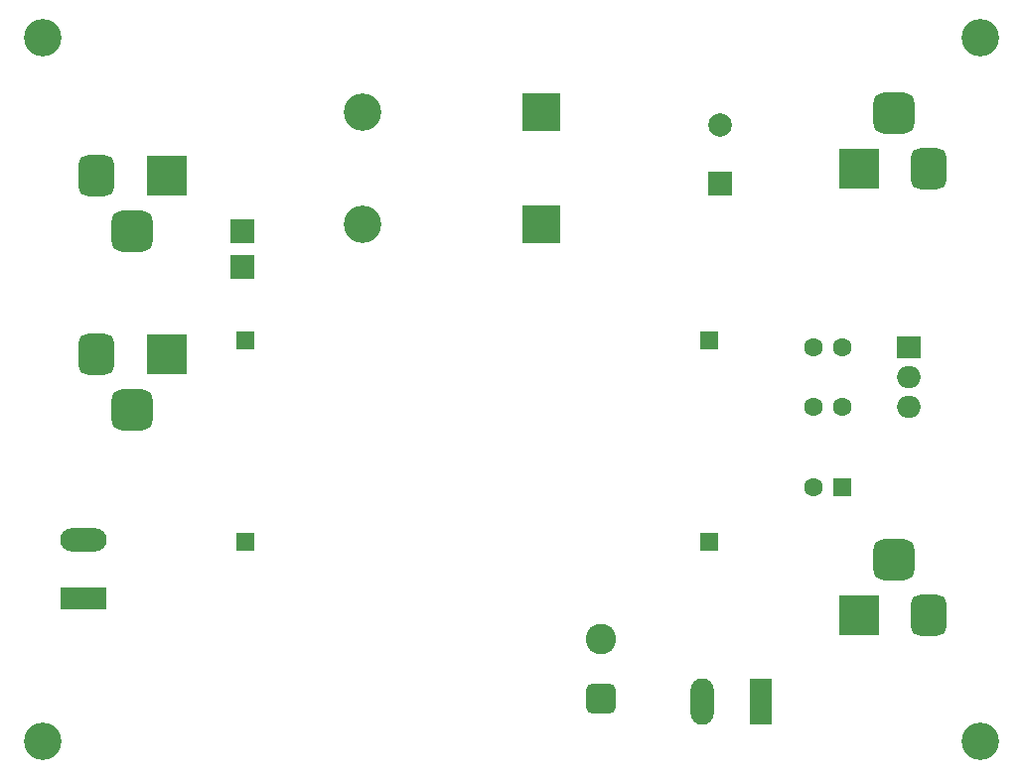
<source format=gbs>
%TF.GenerationSoftware,KiCad,Pcbnew,7.0.2-6a45011f42~172~ubuntu22.04.1*%
%TF.CreationDate,2023-04-19T21:38:03+05:30*%
%TF.ProjectId,UPS_for_router,5550535f-666f-4725-9f72-6f757465722e,2*%
%TF.SameCoordinates,Original*%
%TF.FileFunction,Soldermask,Bot*%
%TF.FilePolarity,Negative*%
%FSLAX46Y46*%
G04 Gerber Fmt 4.6, Leading zero omitted, Abs format (unit mm)*
G04 Created by KiCad (PCBNEW 7.0.2-6a45011f42~172~ubuntu22.04.1) date 2023-04-19 21:38:03*
%MOMM*%
%LPD*%
G01*
G04 APERTURE LIST*
G04 Aperture macros list*
%AMRoundRect*
0 Rectangle with rounded corners*
0 $1 Rounding radius*
0 $2 $3 $4 $5 $6 $7 $8 $9 X,Y pos of 4 corners*
0 Add a 4 corners polygon primitive as box body*
4,1,4,$2,$3,$4,$5,$6,$7,$8,$9,$2,$3,0*
0 Add four circle primitives for the rounded corners*
1,1,$1+$1,$2,$3*
1,1,$1+$1,$4,$5*
1,1,$1+$1,$6,$7*
1,1,$1+$1,$8,$9*
0 Add four rect primitives between the rounded corners*
20,1,$1+$1,$2,$3,$4,$5,0*
20,1,$1+$1,$4,$5,$6,$7,0*
20,1,$1+$1,$6,$7,$8,$9,0*
20,1,$1+$1,$8,$9,$2,$3,0*%
G04 Aperture macros list end*
%ADD10R,3.200000X3.200000*%
%ADD11O,3.200000X3.200000*%
%ADD12R,3.500000X3.500000*%
%ADD13RoundRect,0.750000X-0.750000X-1.000000X0.750000X-1.000000X0.750000X1.000000X-0.750000X1.000000X0*%
%ADD14RoundRect,0.875000X-0.875000X-0.875000X0.875000X-0.875000X0.875000X0.875000X-0.875000X0.875000X0*%
%ADD15RoundRect,0.750000X0.750000X1.000000X-0.750000X1.000000X-0.750000X-1.000000X0.750000X-1.000000X0*%
%ADD16RoundRect,0.875000X0.875000X0.875000X-0.875000X0.875000X-0.875000X-0.875000X0.875000X-0.875000X0*%
%ADD17R,1.600000X1.600000*%
%ADD18C,1.600000*%
%ADD19C,3.200000*%
%ADD20R,1.980000X3.960000*%
%ADD21O,1.980000X3.960000*%
%ADD22R,2.000000X2.000000*%
%ADD23C,2.000000*%
%ADD24R,3.960000X1.980000*%
%ADD25O,3.960000X1.980000*%
%ADD26RoundRect,0.650000X0.650000X-0.650000X0.650000X0.650000X-0.650000X0.650000X-0.650000X-0.650000X0*%
%ADD27C,2.600000*%
%ADD28R,1.524000X1.524000*%
%ADD29R,2.000000X1.905000*%
%ADD30O,2.000000X1.905000*%
G04 APERTURE END LIST*
D10*
X140970000Y-79375000D03*
D11*
X125730000Y-79375000D03*
D12*
X109025000Y-90482500D03*
D13*
X103025000Y-90482500D03*
D14*
X106025000Y-95182500D03*
D10*
X140970000Y-69850000D03*
D11*
X125730000Y-69850000D03*
D12*
X167990000Y-112717500D03*
D15*
X173990000Y-112717500D03*
D16*
X170990000Y-108017500D03*
D17*
X166624000Y-101854000D03*
D18*
X164124000Y-101854000D03*
D19*
X98472000Y-123524000D03*
D12*
X109025000Y-75242500D03*
D13*
X103025000Y-75242500D03*
D14*
X106025000Y-79942500D03*
D20*
X159645000Y-120140000D03*
D21*
X154645000Y-120140000D03*
D18*
X166624000Y-94996000D03*
X164124000Y-94996000D03*
D22*
X156210000Y-75934447D03*
D23*
X156210000Y-70934447D03*
D19*
X178388000Y-123524000D03*
X178388000Y-63420000D03*
D24*
X101870000Y-111280000D03*
D25*
X101870000Y-106280000D03*
D26*
X146050000Y-119888000D03*
D27*
X146050000Y-114808000D03*
D12*
X167990000Y-74617500D03*
D15*
X173990000Y-74617500D03*
D16*
X170990000Y-69917500D03*
D19*
X98472000Y-63420000D03*
D28*
X155205300Y-106488100D03*
X155205300Y-89317700D03*
X115733700Y-89317700D03*
X115733700Y-106462700D03*
D18*
X166624000Y-89916000D03*
X164124000Y-89916000D03*
D29*
X172283000Y-89916000D03*
D30*
X172283000Y-92456000D03*
X172283000Y-94996000D03*
D22*
X115443000Y-83058000D03*
X115443000Y-80010000D03*
M02*

</source>
